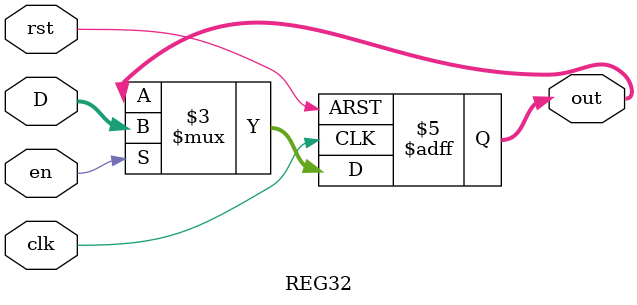
<source format=v>
`timescale 1ns / 1ps

module REG32(
		input clk,
		input rst,
		input en,
		input [31:0] D,
		output reg [31:0] out
	);
	initial out <= 0;
	always @(posedge clk or posedge rst) begin
	//always @(posedge clk) begin
		if (rst) begin
			out <= 0;
		end else if (en) begin
			out <= D;
		end
	end
endmodule

</source>
